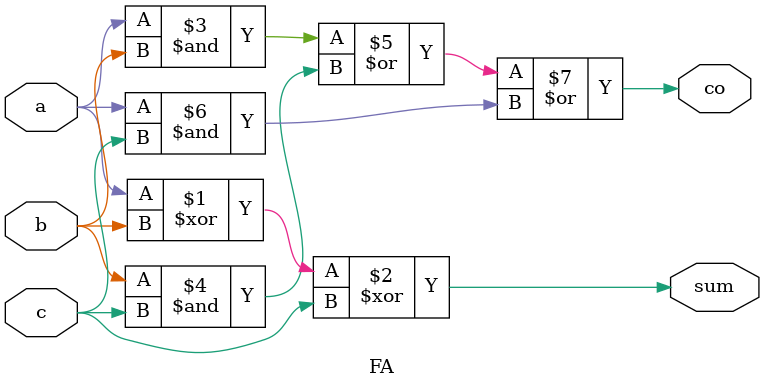
<source format=sv>

module FA(a, b, c, sum, co);
input a,b,c ;
output sum, co;
assign sum = a ^ b ^ c ;
  assign  co=(a&b) | (b&c) | (a &c);
endmodule

</source>
